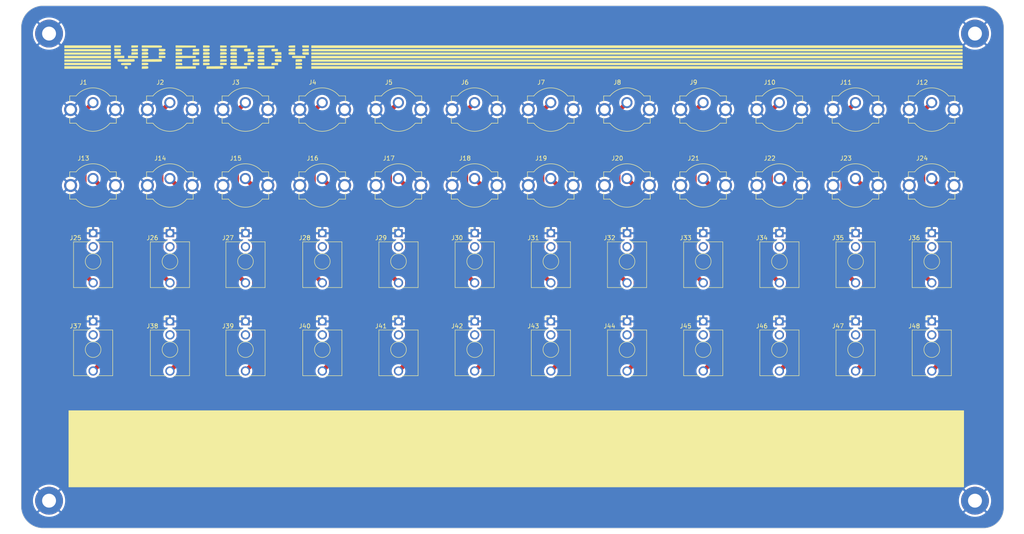
<source format=kicad_pcb>
(kicad_pcb (version 20221018) (generator pcbnew)
  (layers (0 "F.Cu" signal) (31 "B.Cu" signal) (34 "B.Paste" user) (35 "F.Paste" user) (36 "B.SilkS" user "B.Silkscreen") (37 "F.SilkS" user "F.Silkscreen") (38 "B.Mask" user) (39 "F.Mask" user) (44 "Edge.Cuts" user))
  (net 0 "")
  (net 1 "GND")
  (net 2 "In 1")
  (net 3 "In 2")
  (net 4 "In 3")
  (net 5 "In 4")
  (net 6 "In 5")
  (net 7 "In 6")
  (net 8 "In 7")
  (net 9 "In 8")
  (net 10 "In 9")
  (net 11 "In 10")
  (net 12 "In 11")
  (net 13 "In 12")
  (net 14 "Out 1")
  (net 15 "Out 2")
  (net 16 "Out 3")
  (net 17 "Out 4")
  (net 18 "Out 5")
  (net 19 "Out 6")
  (net 20 "Out 7")
  (net 21 "Out 8")
  (net 22 "Out 9")
  (net 23 "Out 10")
  (net 24 "Out 11")
  (net 25 "Out 12")
  (footprint "RCJ-024:CUI_RCJ-024_no-dot" (layer "F.Cu") (at 47.5 54.291068)
    (fp_text reference "J13" (at -2.208135 -6.243875) (layer "F.SilkS") (effects (font (size 1.001425 1.001425))))
    (fp_text value "Conn_Coaxial" hide)
    (pad "1A" thru_hole circle (at -5.15 0) (size 3 3) (drill 2) (layers "*.Cu" "*.Mask") (net 1 "GND"))
    (pad "1B" thru_hole circle (at 5.15 0) (size 3 3) (drill 2) (layers "*.Cu" "*.Mask") (net 1 "GND"))
    (pad "2" thru_hole circle (at 0 -1.6) (size 2.55 2.55) (drill 1.7) (layers "*.Cu" "*.Mask") (net 14 "Out 1"))
  )
  (footprint "Connector_Audio:Jack_3.5mm_QingPu_WQP-PJ398SM_Vertical_CircularHoles" (layer "F.Cu") (at 170.175 85.511068)
    (fp_text reference "J44" (at -4.03 1.08 180) (layer "F.SilkS"))
    (fp_text value "AudioJack2")
    (pad "S" thru_hole rect (at 0 0 180) (size 1.93 1.83) (drill 1.22) (layers "*.Cu" "*.Mask") (net 1 "GND"))
    (pad "T" thru_hole circle (at 0 11.4 180) (size 2.13 2.13) (drill 1.43) (layers "*.Cu" "*.Mask") (net 21 "Out 8"))
    (pad "TN" thru_hole circle (at 0 3.1 180) (size 2.13 2.13) (drill 1.42) (layers "*.Cu" "*.Mask"))
  )
  (footprint "Connector_Audio:Jack_3.5mm_QingPu_WQP-PJ398SM_Vertical_CircularHoles" (layer "F.Cu") (at 65.175 85.511068)
    (fp_text reference "J38" (at -4.03 1.08 180) (layer "F.SilkS"))
    (fp_text value "AudioJack2")
    (pad "S" thru_hole rect (at 0 0 180) (size 1.93 1.83) (drill 1.22) (layers "*.Cu" "*.Mask") (net 1 "GND"))
    (pad "T" thru_hole circle (at 0 11.4 180) (size 2.13 2.13) (drill 1.43) (layers "*.Cu" "*.Mask") (net 15 "Out 2"))
    (pad "TN" thru_hole circle (at 0 3.1 180) (size 2.13 2.13) (drill 1.42) (layers "*.Cu" "*.Mask"))
  )
  (footprint "RCJ-024:CUI_RCJ-024_no-dot" (layer "F.Cu") (at 222.65 36.855534)
    (fp_text reference "J11" (at -2.208135 -6.243875) (layer "F.SilkS") (effects (font (size 1.001425 1.001425))))
    (fp_text value "Conn_Coaxial" hide)
    (pad "1A" thru_hole circle (at -5.15 0) (size 3 3) (drill 2) (layers "*.Cu" "*.Mask") (net 1 "GND"))
    (pad "1B" thru_hole circle (at 5.15 0) (size 3 3) (drill 2) (layers "*.Cu" "*.Mask") (net 1 "GND"))
    (pad "2" thru_hole circle (at 0 -1.6) (size 2.55 2.55) (drill 1.7) (layers "*.Cu" "*.Mask") (net 12 "In 11"))
  )
  (footprint "Connector_Audio:Jack_3.5mm_QingPu_WQP-PJ398SM_Vertical_CircularHoles" (layer "F.Cu") (at 65.175 65.255534)
    (fp_text reference "J26" (at -4.03 1.08 180) (layer "F.SilkS"))
    (fp_text value "AudioJack2")
    (pad "S" thru_hole rect (at 0 0 180) (size 1.93 1.83) (drill 1.22) (layers "*.Cu" "*.Mask") (net 1 "GND"))
    (pad "T" thru_hole circle (at 0 11.4 180) (size 2.13 2.13) (drill 1.43) (layers "*.Cu" "*.Mask") (net 3 "In 2"))
    (pad "TN" thru_hole circle (at 0 3.1 180) (size 2.13 2.13) (drill 1.42) (layers "*.Cu" "*.Mask"))
  )
  (footprint "RCJ-024:CUI_RCJ-024_no-dot" (layer "F.Cu") (at 100.15 36.855534)
    (fp_text reference "J4" (at -2.208135 -6.243875) (layer "F.SilkS") (effects (font (size 1.001425 1.001425))))
    (fp_text value "Conn_Coaxial" hide)
    (pad "1A" thru_hole circle (at -5.15 0) (size 3 3) (drill 2) (layers "*.Cu" "*.Mask") (net 1 "GND"))
    (pad "1B" thru_hole circle (at 5.15 0) (size 3 3) (drill 2) (layers "*.Cu" "*.Mask") (net 1 "GND"))
    (pad "2" thru_hole circle (at 0 -1.6) (size 2.55 2.55) (drill 1.7) (layers "*.Cu" "*.Mask") (net 5 "In 4"))
  )
  (footprint "RCJ-024:CUI_RCJ-024_no-dot" (layer "F.Cu") (at 240.15 36.855534)
    (fp_text reference "J12" (at -2.208135 -6.243875) (layer "F.SilkS") (effects (font (size 1.001425 1.001425))))
    (fp_text value "Conn_Coaxial" hide)
    (pad "1A" thru_hole circle (at -5.15 0) (size 3 3) (drill 2) (layers "*.Cu" "*.Mask") (net 1 "GND"))
    (pad "1B" thru_hole circle (at 5.15 0) (size 3 3) (drill 2) (layers "*.Cu" "*.Mask") (net 1 "GND"))
    (pad "2" thru_hole circle (at 0 -1.6) (size 2.55 2.55) (drill 1.7) (layers "*.Cu" "*.Mask") (net 13 "In 12"))
  )
  (footprint "Connector_Audio:Jack_3.5mm_QingPu_WQP-PJ398SM_Vertical_CircularHoles" (layer "F.Cu") (at 240.175 65.255534)
    (fp_text reference "J36" (at -4.03 1.08 180) (layer "F.SilkS"))
    (fp_text value "AudioJack2")
    (pad "S" thru_hole rect (at 0 0 180) (size 1.93 1.83) (drill 1.22) (layers "*.Cu" "*.Mask") (net 1 "GND"))
    (pad "T" thru_hole circle (at 0 11.4 180) (size 2.13 2.13) (drill 1.43) (layers "*.Cu" "*.Mask") (net 13 "In 12"))
    (pad "TN" thru_hole circle (at 0 3.1 180) (size 2.13 2.13) (drill 1.42) (layers "*.Cu" "*.Mask"))
  )
  (footprint "RCJ-024:CUI_RCJ-024_no-dot" (layer "F.Cu") (at 47.5 36.855534)
    (fp_text reference "J1" (at -2.208135 -6.243875) (layer "F.SilkS") (effects (font (size 1.001425 1.001425))))
    (fp_text value "Conn_Coaxial" hide)
    (pad "1A" thru_hole circle (at -5.15 0) (size 3 3) (drill 2) (layers "*.Cu" "*.Mask") (net 1 "GND"))
    (pad "1B" thru_hole circle (at 5.15 0) (size 3 3) (drill 2) (layers "*.Cu" "*.Mask") (net 1 "GND"))
    (pad "2" thru_hole circle (at 0 -1.6) (size 2.55 2.55) (drill 1.7) (layers "*.Cu" "*.Mask") (net 2 "In 1"))
  )
  (footprint "Connector_Audio:Jack_3.5mm_QingPu_WQP-PJ398SM_Vertical_CircularHoles" (layer "F.Cu") (at 187.675 85.511068)
    (fp_text reference "J45" (at -4.03 1.08 180) (layer "F.SilkS"))
    (fp_text value "AudioJack2")
    (pad "S" thru_hole rect (at 0 0 180) (size 1.93 1.83) (drill 1.22) (layers "*.Cu" "*.Mask") (net 1 "GND"))
    (pad "T" thru_hole circle (at 0 11.4 180) (size 2.13 2.13) (drill 1.43) (layers "*.Cu" "*.Mask") (net 22 "Out 9"))
    (pad "TN" thru_hole circle (at 0 3.1 180) (size 2.13 2.13) (drill 1.42) (layers "*.Cu" "*.Mask"))
  )
  (footprint "RCJ-024:CUI_RCJ-024_no-dot" (layer "F.Cu") (at 205.15 36.855534)
    (fp_text reference "J10" (at -2.208135 -6.243875) (layer "F.SilkS") (effects (font (size 1.001425 1.001425))))
    (fp_text value "Conn_Coaxial" hide)
    (pad "1A" thru_hole circle (at -5.15 0) (size 3 3) (drill 2) (layers "*.Cu" "*.Mask") (net 1 "GND"))
    (pad "1B" thru_hole circle (at 5.15 0) (size 3 3) (drill 2) (layers "*.Cu" "*.Mask") (net 1 "GND"))
    (pad "2" thru_hole circle (at 0 -1.6) (size 2.55 2.55) (drill 1.7) (layers "*.Cu" "*.Mask") (net 11 "In 10"))
  )
  (footprint "Connector_Audio:Jack_3.5mm_QingPu_WQP-PJ398SM_Vertical_CircularHoles" (layer "F.Cu") (at 187.675 65.255534)
    (fp_text reference "J33" (at -4.03 1.08 180) (layer "F.SilkS"))
    (fp_text value "AudioJack2")
    (pad "S" thru_hole rect (at 0 0 180) (size 1.93 1.83) (drill 1.22) (layers "*.Cu" "*.Mask") (net 1 "GND"))
    (pad "T" thru_hole circle (at 0 11.4 180) (size 2.13 2.13) (drill 1.43) (layers "*.Cu" "*.Mask") (net 10 "In 9"))
    (pad "TN" thru_hole circle (at 0 3.1 180) (size 2.13 2.13) (drill 1.42) (layers "*.Cu" "*.Mask"))
  )
  (footprint "RCJ-024:CUI_RCJ-024_no-dot" (layer "F.Cu") (at 117.65 54.291068)
    (fp_text reference "J17" (at -2.208135 -6.243875) (layer "F.SilkS") (effects (font (size 1.001425 1.001425))))
    (fp_text value "Conn_Coaxial" hide)
    (pad "1A" thru_hole circle (at -5.15 0) (size 3 3) (drill 2) (layers "*.Cu" "*.Mask") (net 1 "GND"))
    (pad "1B" thru_hole circle (at 5.15 0) (size 3 3) (drill 2) (layers "*.Cu" "*.Mask") (net 1 "GND"))
    (pad "2" thru_hole circle (at 0 -1.6) (size 2.55 2.55) (drill 1.7) (layers "*.Cu" "*.Mask") (net 18 "Out 5"))
  )
  (footprint "RCJ-024:CUI_RCJ-024_no-dot" (layer "F.Cu") (at 135.15 36.855534)
    (fp_text reference "J6" (at -2.208135 -6.243875) (layer "F.SilkS") (effects (font (size 1.001425 1.001425))))
    (fp_text value "Conn_Coaxial" hide)
    (pad "1A" thru_hole circle (at -5.15 0) (size 3 3) (drill 2) (layers "*.Cu" "*.Mask") (net 1 "GND"))
    (pad "1B" thru_hole circle (at 5.15 0) (size 3 3) (drill 2) (layers "*.Cu" "*.Mask") (net 1 "GND"))
    (pad "2" thru_hole circle (at 0 -1.6) (size 2.55 2.55) (drill 1.7) (layers "*.Cu" "*.Mask") (net 7 "In 6"))
  )
  (footprint "RCJ-024:CUI_RCJ-024_no-dot" (layer "F.Cu") (at 170.15 54.291068)
    (fp_text reference "J20" (at -2.208135 -6.243875) (layer "F.SilkS") (effects (font (size 1.001425 1.001425))))
    (fp_text value "Conn_Coaxial" hide)
    (pad "1A" thru_hole circle (at -5.15 0) (size 3 3) (drill 2) (layers "*.Cu" "*.Mask") (net 1 "GND"))
    (pad "1B" thru_hole circle (at 5.15 0) (size 3 3) (drill 2) (layers "*.Cu" "*.Mask") (net 1 "GND"))
    (pad "2" thru_hole circle (at 0 -1.6) (size 2.55 2.55) (drill 1.7) (layers "*.Cu" "*.Mask") (net 21 "Out 8"))
  )
  (footprint "RCJ-024:CUI_RCJ-024_no-dot" (layer "F.Cu") (at 100.15 54.291068)
    (fp_text reference "J16" (at -2.208135 -6.243875) (layer "F.SilkS") (effects (font (size 1.001425 1.001425))))
    (fp_text value "Conn_Coaxial" hide)
    (pad "1A" thru_hole circle (at -5.15 0) (size 3 3) (drill 2) (layers "*.Cu" "*.Mask") (net 1 "GND"))
    (pad "1B" thru_hole circle (at 5.15 0) (size 3 3) (drill 2) (layers "*.Cu" "*.Mask") (net 1 "GND"))
    (pad "2" thru_hole circle (at 0 -1.6) (size 2.55 2.55) (drill 1.7) (layers "*.Cu" "*.Mask") (net 17 "Out 4"))
  )
  (footprint "MountingHole:MountingHole_3.2mm_M3_Pad" (layer "F.Cu") (at 250.1 126.7)
    (fp_text reference "REF**" hide)
    (fp_text value "MountingHole_3.2mm_M3_Pad")
    (pad "1" thru_hole circle (at 0 0) (size 6.4 6.4) (drill 3.2) (layers "*.Cu" "*.Mask") (net 1 "GND"))
  )
  (footprint "RCJ-024:CUI_RCJ-024_no-dot" (layer "F.Cu") (at 135.15 54.291068)
    (fp_text reference "J18" (at -2.208135 -6.243875) (layer "F.SilkS") (effects (font (size 1.001425 1.001425))))
    (fp_text value "Conn_Coaxial" hide)
    (pad "1A" thru_hole circle (at -5.15 0) (size 3 3) (drill 2) (layers "*.Cu" "*.Mask") (net 1 "GND"))
    (pad "1B" thru_hole circle (at 5.15 0) (size 3 3) (drill 2) (layers "*.Cu" "*.Mask") (net 1 "GND"))
    (pad "2" thru_hole circle (at 0 -1.6) (size 2.55 2.55) (drill 1.7) (layers "*.Cu" "*.Mask") (net 19 "Out 6"))
  )
  (footprint "MountingHole:MountingHole_3.2mm_M3_Pad" (layer "F.Cu") (at 250.1 19.4)
    (fp_text reference "REF**" hide)
    (fp_text value "MountingHole_3.2mm_M3_Pad")
    (pad "1" thru_hole circle (at 0 0) (size 6.4 6.4) (drill 3.2) (layers "*.Cu" "*.Mask") (net 1 "GND"))
  )
  (footprint "Connector_Audio:Jack_3.5mm_QingPu_WQP-PJ398SM_Vertical_CircularHoles" (layer "F.Cu") (at 117.675 85.511068)
    (fp_text reference "J41" (at -4.03 1.08 180) (layer "F.SilkS"))
    (fp_text value "AudioJack2")
    (pad "S" thru_hole rect (at 0 0 180) (size 1.93 1.83) (drill 1.22) (layers "*.Cu" "*.Mask") (net 1 "GND"))
    (pad "T" thru_hole circle (at 0 11.4 180) (size 2.13 2.13) (drill 1.43) (layers "*.Cu" "*.Mask") (net 18 "Out 5"))
    (pad "TN" thru_hole circle (at 0 3.1 180) (size 2.13 2.13) (drill 1.42) (layers "*.Cu" "*.Mask"))
  )
  (footprint "Connector_Audio:Jack_3.5mm_QingPu_WQP-PJ398SM_Vertical_CircularHoles" (layer "F.Cu") (at 117.675 65.255534)
    (fp_text reference "J29" (at -4.03 1.08 180) (layer "F.SilkS"))
    (fp_text value "AudioJack2")
    (pad "S" thru_hole rect (at 0 0 180) (size 1.93 1.83) (drill 1.22) (layers "*.Cu" "*.Mask") (net 1 "GND"))
    (pad "T" thru_hole circle (at 0 11.4 180) (size 2.13 2.13) (drill 1.43) (layers "*.Cu" "*.Mask") (net 6 "In 5"))
    (pad "TN" thru_hole circle (at 0 3.1 180) (size 2.13 2.13) (drill 1.42) (layers "*.Cu" "*.Mask"))
  )
  (footprint "Connector_Audio:Jack_3.5mm_QingPu_WQP-PJ398SM_Vertical_CircularHoles" (layer "F.Cu") (at 205.175 85.511068)
    (fp_text reference "J46" (at -4.03 1.08 180) (layer "F.SilkS"))
    (fp_text value "AudioJack2")
    (pad "S" thru_hole rect (at 0 0 180) (size 1.93 1.83) (drill 1.22) (layers "*.Cu" "*.Mask") (net 1 "GND"))
    (pad "T" thru_hole circle (at 0 11.4 180) (size 2.13 2.13) (drill 1.43) (layers "*.Cu" "*.Mask") (net 23 "Out 10"))
    (pad "TN" thru_hole circle (at 0 3.1 180) (size 2.13 2.13) (drill 1.42) (layers "*.Cu" "*.Mask"))
  )
  (footprint "Connector_Audio:Jack_3.5mm_QingPu_WQP-PJ398SM_Vertical_CircularHoles" (layer "F.Cu") (at 205.175 65.255534)
    (fp_text reference "J34" (at -4.03 1.08 180) (layer "F.SilkS"))
    (fp_text value "AudioJack2")
    (pad "S" thru_hole rect (at 0 0 180) (size 1.93 1.83) (drill 1.22) (layers "*.Cu" "*.Mask") (net 1 "GND"))
    (pad "T" thru_hole circle (at 0 11.4 180) (size 2.13 2.13) (drill 1.43) (layers "*.Cu" "*.Mask") (net 11 "In 10"))
    (pad "TN" thru_hole circle (at 0 3.1 180) (size 2.13 2.13) (drill 1.42) (layers "*.Cu" "*.Mask"))
  )
  (footprint "Connector_Audio:Jack_3.5mm_QingPu_WQP-PJ398SM_Vertical_CircularHoles" (layer "F.Cu") (at 222.675 85.511068)
    (fp_text reference "J47" (at -4.03 1.08 180) (layer "F.SilkS"))
    (fp_text value "AudioJack2")
    (pad "S" thru_hole rect (at 0 0 180) (size 1.93 1.83) (drill 1.22) (layers "*.Cu" "*.Mask") (net 1 "GND"))
    (pad "T" thru_hole circle (at 0 11.4 180) (size 2.13 2.13) (drill 1.43) (layers "*.Cu" "*.Mask") (net 24 "Out 11"))
    (pad "TN" thru_hole circle (at 0 3.1 180) (size 2.13 2.13) (drill 1.42) (layers "*.Cu" "*.Mask"))
  )
  (footprint "Connector_Audio:Jack_3.5mm_QingPu_WQP-PJ398SM_Vertical_CircularHoles" (layer "F.Cu") (at 152.675 85.511068)
    (fp_text reference "J43" (at -4.03 1.08 180) (layer "F.SilkS"))
    (fp_text value "AudioJack2")
    (pad "S" thru_hole rect (at 0 0 180) (size 1.93 1.83) (drill 1.22) (layers "*.Cu" "*.Mask") (net 1 "GND"))
    (pad "T" thru_hole circle (at 0 11.4 180) (size 2.13 2.13) (drill 1.43) (layers "*.Cu" "*.Mask") (net 20 "Out 7"))
    (pad "TN" thru_hole circle (at 0 3.1 180) (size 2.13 2.13) (drill 1.42) (layers "*.Cu" "*.Mask"))
  )
  (footprint "RCJ-024:CUI_RCJ-024_no-dot" (layer "F.Cu") (at 65.15 36.855534)
    (fp_text reference "J2" (at -2.208135 -6.243875) (layer "F.SilkS") (effects (font (size 1.001425 1.001425))))
    (fp_text value "Conn_Coaxial" hide)
    (pad "1A" thru_hole circle (at -5.15 0) (size 3 3) (drill 2) (layers "*.Cu" "*.Mask") (net 1 "GND"))
    (pad "1B" thru_hole circle (at 5.15 0) (size 3 3) (drill 2) (layers "*.Cu" "*.Mask") (net 1 "GND"))
    (pad "2" thru_hole circle (at 0 -1.6) (size 2.55 2.55) (drill 1.7) (layers "*.Cu" "*.Mask") (net 3 "In 2"))
  )
  (footprint "Connector_Audio:Jack_3.5mm_QingPu_WQP-PJ398SM_Vertical_CircularHoles" (layer "F.Cu") (at 222.675 65.255534)
    (fp_text reference "J35" (at -4.03 1.08 180) (layer "F.SilkS"))
    (fp_text value "AudioJack2")
    (pad "S" thru_hole rect (at 0 0 180) (size 1.93 1.83) (drill 1.22) (layers "*.Cu" "*.Mask") (net 1 "GND"))
    (pad "T" thru_hole circle (at 0 11.4 180) (size 2.13 2.13) (drill 1.43) (layers "*.Cu" "*.Mask") (net 12 "In 11"))
    (pad "TN" thru_hole circle (at 0 3.1 180) (size 2.13 2.13) (drill 1.42) (layers "*.Cu" "*.Mask"))
  )
  (footprint "Connector_Audio:Jack_3.5mm_QingPu_WQP-PJ398SM_Vertical_CircularHoles" (layer "F.Cu") (at 100.175 65.255534)
    (fp_text reference "J28" (at -4.03 1.08 180) (layer "F.SilkS"))
    (fp_text value "AudioJack2")
    (pad "S" thru_hole rect (at 0 0 180) (size 1.93 1.83) (drill 1.22) (layers "*.Cu" "*.Mask") (net 1 "GND"))
    (pad "T" thru_hole circle (at 0 11.4 180) (size 2.13 2.13) (drill 1.43) (layers "*.Cu" "*.Mask") (net 5 "In 4"))
    (pad "TN" thru_hole circle (at 0 3.1 180) (size 2.13 2.13) (drill 1.42) (layers "*.Cu" "*.Mask"))
  )
  (footprint "Connector_Audio:Jack_3.5mm_QingPu_WQP-PJ398SM_Vertical_CircularHoles" (layer "F.Cu") (at 47.525 85.511068)
    (fp_text reference "J37" (at -4.03 1.08 180) (layer "F.SilkS"))
    (fp_text value "AudioJack2")
    (pad "S" thru_hole rect (at 0 0 180) (size 1.93 1.83) (drill 1.22) (layers "*.Cu" "*.Mask") (net 1 "GND"))
    (pad "T" thru_hole circle (at 0 11.4 180) (size 2.13 2.13) (drill 1.43) (layers "*.Cu" "*.Mask") (net 14 "Out 1"))
    (pad "TN" thru_hole circle (at 0 3.1 180) (size 2.13 2.13) (drill 1.42) (layers "*.Cu" "*.Mask"))
  )
  (footprint "Connector_Audio:Jack_3.5mm_QingPu_WQP-PJ398SM_Vertical_CircularHoles" (layer "F.Cu") (at 240.175 85.511068)
    (fp_text reference "J48" (at -4.03 1.08 180) (layer "F.SilkS"))
    (fp_text value "AudioJack2")
    (pad "S" thru_hole rect (at 0 0 180) (size 1.93 1.83) (drill 1.22) (layers "*.Cu" "*.Mask") (net 1 "GND"))
    (pad "T" thru_hole circle (at 0 11.4 180) (size 2.13 2.13) (drill 1.43) (layers "*.Cu" "*.Mask") (net 25 "Out 12"))
    (pad "TN" thru_hole circle (at 0 3.1 180) (size 2.13 2.13) (drill 1.42) (layers "*.Cu" "*.Mask"))
  )
  (footprint "RCJ-024:CUI_RCJ-024_no-dot" (layer "F.Cu") (at 205.15 54.291068)
    (fp_text reference "J22" (at -2.208135 -6.243875) (layer "F.SilkS") (effects (font (size 1.001425 1.001425))))
    (fp_text value "Conn_Coaxial" hide)
    (pad "1A" thru_hole circle (at -5.15 0) (size 3 3) (drill 2) (layers "*.Cu" "*.Mask") (net 1 "GND"))
    (pad "1B" thru_hole circle (at 5.15 0) (size 3 3) (drill 2) (layers "*.Cu" "*.Mask") (net 1 "GND"))
    (pad "2" thru_hole circle (at 0 -1.6) (size 2.55 2.55) (drill 1.7) (layers "*.Cu" "*.Mask") (net 23 "Out 10"))
  )
  (footprint "Connector_Audio:Jack_3.5mm_QingPu_WQP-PJ398SM_Vertical_CircularHoles" (layer "F.Cu") (at 100.175 85.511068)
    (fp_text reference "J40" (at -4.03 1.08 180) (layer "F.SilkS"))
    (fp_text value "AudioJack2")
    (pad "S" thru_hole rect (at 0 0 180) (size 1.93 1.83) (drill 1.22) (layers "*.Cu" "*.Mask") (net 1 "GND"))
    (pad "T" thru_hole circle (at 0 11.4 180) (size 2.13 2.13) (drill 1.43) (layers "*.Cu" "*.Mask") (net 17 "Out 4"))
    (pad "TN" thru_hole circle (at 0 3.1 180) (size 2.13 2.13) (drill 1.42) (layers "*.Cu" "*.Mask"))
  )
  (footprint "RCJ-024:CUI_RCJ-024_no-dot" (layer "F.Cu") (at 187.65 54.291068)
    (fp_text reference "J21" (at -2.208135 -6.243875) (layer "F.SilkS") (effects (font (size 1.001425 1.001425))))
    (fp_text value "Conn_Coaxial" hide)
    (pad "1A" thru_hole circle (at -5.15 0) (size 3 3) (drill 2) (layers "*.Cu" "*.Mask") (net 1 "GND"))
    (pad "1B" thru_hole circle (at 5.15 0) (size 3 3) (drill 2) (layers "*.Cu" "*.Mask") (net 1 "GND"))
    (pad "2" thru_hole circle (at 0 -1.6) (size 2.55 2.55) (drill 1.7) (layers "*.Cu" "*.Mask") (net 22 "Out 9"))
  )
  (footprint "Connector_Audio:Jack_3.5mm_QingPu_WQP-PJ398SM_Vertical_CircularHoles" (layer "F.Cu") (at 135.175 85.511068)
    (fp_text reference "J42" (at -4.03 1.08 180) (layer "F.SilkS"))
    (fp_text value "AudioJack2")
    (pad "S" thru_hole rect (at 0 0 180) (size 1.93 1.83) (drill 1.22) (layers "*.Cu" "*.Mask") (net 1 "GND"))
    (pad "T" thru_hole circle (at 0 11.4 180) (size 2.13 2.13) (drill 1.43) (layers "*.Cu" "*.Mask") (net 19 "Out 6"))
    (pad "TN" thru_hole circle (at 0 3.1 180) (size 2.13 2.13) (drill 1.42) (layers "*.Cu" "*.Mask"))
  )
  (footprint "Connector_Audio:Jack_3.5mm_QingPu_WQP-PJ398SM_Vertical_CircularHoles" (layer "F.Cu") (at 82.525 85.511068)
    (fp_text reference "J39" (at -4.03 1.08 180) (layer "F.SilkS"))
    (fp_text value "AudioJack2")
    (pad "S" thru_hole rect (at 0 0 180) (size 1.93 1.83) (drill 1.22) (layers "*.Cu" "*.Mask") (net 1 "GND"))
    (pad "T" thru_hole circle (at 0 11.4 180) (size 2.13 2.13) (drill 1.43) (layers "*.Cu" "*.Mask") (net 16 "Out 3"))
    (pad "TN" thru_hole circle (at 0 3.1 180) (size 2.13 2.13) (drill 1.42) (layers "*.Cu" "*.Mask"))
  )
  (footprint "Connector_Audio:Jack_3.5mm_QingPu_WQP-PJ398SM_Vertical_CircularHoles" (layer "F.Cu") (at 47.525 65.255534)
    (fp_text reference "J25" (at -4.03 1.08 180) (layer "F.SilkS"))
    (fp_text value "AudioJack2")
    (pad "S" thru_hole rect (at 0 0 180) (size 1.93 1.83) (drill 1.22) (layers "*.Cu" "*.Mask") (net 1 "GND"))
    (pad "T" thru_hole circle (at 0 11.4 180) (size 2.13 2.13) (drill 1.43) (layers "*.Cu" "*.Mask") (net 2 "In 1"))
    (pad "TN" thru_hole circle (at 0 3.1 180) (size 2.13 2.13) (drill 1.42) (layers "*.Cu" "*.Mask"))
  )
  (footprint "Connector_Audio:Jack_3.5mm_QingPu_WQP-PJ398SM_Vertical_CircularHoles" (layer "F.Cu") (at 170.175 65.255534)
    (fp_text reference "J32" (at -4.03 1.08 180) (layer "F.SilkS"))
    (fp_text value "AudioJack2")
    (pad "S" thru_hole rect (at 0 0 180) (size 1.93 1.83) (drill 1.22) (layers "*.Cu" "*.Mask") (net 1 "GND"))
    (pad "T" thru_hole circle (at 0 11.4 180) (size 2.13 2.13) (drill 1.43) (layers "*.Cu" "*.Mask") (net 9 "In 8"))
    (pad "TN" thru_hole circle (at 0 3.1 180) (size 2.13 2.13) (drill 1.42) (layers "*.Cu" "*.Mask"))
  )
  (footprint "LOGO" (layer "F.Cu") (at 144.28 24.8)
    (fp_text reference "G***" hide)
    (fp_text value "LOGO" hide)
  )
  (footprint "RCJ-024:CUI_RCJ-024_no-dot" (layer "F.Cu") (at 152.65 54.291068)
    (fp_text reference "J19" (at -2.208135 -6.243875) (layer "F.SilkS") (effects (font (size 1.001425 1.001425))))
    (fp_text value "Conn_Coaxial" hide)
    (pad "1A" thru_hole circle (at -5.15 0) (size 3 3) (drill 2) (layers "*.Cu" "*.Mask") (net 1 "GND"))
    (pad "1B" thru_hole circle (at 5.15 0) (size 3 3) (drill 2) (layers "*.Cu" "*.Mask") (net 1 "GND"))
    (pad "2" thru_hole circle (at 0 -1.6) (size 2.55 2.55) (drill 1.7) (layers "*.Cu" "*.Mask") (net 20 "Out 7"))
  )
  (footprint "RCJ-024:CUI_RCJ-024_no-dot" (layer "F.Cu") (at 222.65 54.291068)
    (fp_text reference "J23" (at -2.208135 -6.243875) (layer "F.SilkS") (effects (font (size 1.001425 1.001425))))
    (fp_text value "Conn_Coaxial" hide)
    (pad "1A" thru_hole circle (at -5.15 0) (size 3 3) (drill 2) (layers "*.Cu" "*.Mask") (net 1 "GND"))
    (pad "1B" thru_hole circle (at 5.15 0) (size 3 3) (drill 2) (layers "*.Cu" "*.Mask") (net 1 "GND"))
    (pad "2" thru_hole circle (at 0 -1.6) (size 2.55 2.55) (drill 1.7) (layers "*.Cu" "*.Mask") (net 24 "Out 11"))
  )
  (footprint "RCJ-024:CUI_RCJ-024_no-dot" (layer "F.Cu") (at 65.15 54.291068)
    (fp_text reference "J14" (at -2.208135 -6.243875) (layer "F.SilkS") (effects (font (size 1.001425 1.001425))))
    (fp_text value "Conn_Coaxial" hide)
    (pad "1A" thru_hole circle (at -5.15 0) (size 3 3) (drill 2) (layers "*.Cu" "*.Mask") (net 1 "GND"))
    (pad "1B" thru_hole circle (at 5.15 0) (size 3 3) (drill 2) (layers "*.Cu" "*.Mask") (net 1 "GND"))
    (pad "2" thru_hole circle (at 0 -1.6) (size 2.55 2.55) (drill 1.7) (layers "*.Cu" "*.Mask") (net 15 "Out 2"))
  )
  (footprint "MountingHole:MountingHole_3.2mm_M3_Pad" (layer "F.Cu") (at 37.4 19.4)
    (fp_text reference "REF**" hide)
    (fp_text value "MountingHole_3.2mm_M3_Pad")
    (pad "1" thru_hole circle (at 0 0) (size 6.4 6.4) (drill 3.2) (layers "*.Cu" "*.Mask") (net 1 "GND"))
  )
  (footprint "RCJ-024:CUI_RCJ-024_no-dot" (layer "F.Cu") (at 117.65 36.855534)
    (fp_text reference "J5" (at -2.208135 -6.243875) (layer "F.SilkS") (effects (font (size 1.001425 1.001425))))
    (fp_text value "Conn_Coaxial" hide)
    (pad "1A" thru_hole circle (at -5.15 0) (size 3 3) (drill 2) (layers "*.Cu" "*.Mask") (net 1 "GND"))
    (pad "1B" thru_hole circle (at 5.15 0) (size 3 3) (drill 2) (layers "*.Cu" "*.Mask") (net 1 "GND"))
    (pad "2" thru_hole circle (at 0 -1.6) (size 2.55 2.55) (drill 1.7) (layers "*.Cu" "*.Mask") (net 6 "In 5"))
  )
  (footprint "Connector_Audio:Jack_3.5mm_QingPu_WQP-PJ398SM_Vertical_CircularHoles" (layer "F.Cu") (at 135.175 65.255534)
    (fp_text reference "J30" (at -4.03 1.08 180) (layer "F.SilkS"))
    (fp_text value "AudioJack2")
    (pad "S" thru_hole rect (at 0 0 180) (size 1.93 1.83) (drill 1.22) (layers "*.Cu" "*.Mask") (net 1 "GND"))
    (pad "T" thru_hole circle (at 0 11.4 180) (size 2.13 2.13) (drill 1.43) (layers "*.Cu" "*.Mask") (net 7 "In 6"))
    (pad "TN" thru_hole circle (at 0 3.1 180) (size 2.13 2.13) (drill 1.42) (layers "*.Cu" "*.Mask"))
  )
  (footprint "MountingHole:MountingHole_3.2mm_M3_Pad" (layer "F.Cu") (at 37.4 126.7)
    (fp_text reference "REF**" hide)
    (fp_text value "MountingHole_3.2mm_M3_Pad")
    (pad "1" thru_hole circle (at 0 0) (size 6.4 6.4) (drill 3.2) (layers "*.Cu" "*.Mask") (net 1 "GND"))
  )
  (footprint "RCJ-024:CUI_RCJ-024_no-dot" (layer "F.Cu") (at 240.15 54.291068)
    (fp_text reference "J24" (at -2.208135 -6.243875) (layer "F.SilkS") (effects (font (size 1.001425 1.001425))))
    (fp_text value "Conn_Coaxial" hide)
    (pad "1A" thru_hole circle (at -5.15 0) (size 3 3) (drill 2) (layers "*.Cu" "*.Mask") (net 1 "GND"))
    (pad "1B" thru_hole circle (at 5.15 0) (size 3 3) (drill 2) (layers "*.Cu" "*.Mask") (net 1 "GND"))
    (pad "2" thru_hole circle (at 0 -1.6) (size 2.55 2.55) (drill 1.7) (layers "*.Cu" "*.Mask") (net 25 "Out 12"))
  )
  (footprint "RCJ-024:CUI_RCJ-024_no-dot" (layer "F.Cu") (at 187.65 36.855534)
    (fp_text reference "J9" (at -2.208135 -6.243875) (layer "F.SilkS") (effects (font (size 1.001425 1.001425))))
    (fp_text value "Conn_Coaxial" hide)
    (pad "1A" thru_hole circle (at -5.15 0) (size 3 3) (drill 2) (layers "*.Cu" "*.Mask") (net 1 "GND"))
    (pad "1B" thru_hole circle (at 5.15 0) (size 3 3) (drill 2) (layers "*.Cu" "*.Mask") (net 1 "GND"))
    (pad "2" thru_hole circle (at 0 -1.6) (size 2.55 2.55) (drill 1.7) (layers "*.Cu" "*.Mask") (net 10 "In 9"))
  )
  (footprint "RCJ-024:CUI_RCJ-024_no-dot" (layer "F.Cu") (at 152.65 36.855534)
    (fp_text reference "J7" (at -2.208135 -6.243875) (layer "F.SilkS") (effects (font (size 1.001425 1.001425))))
    (fp_text value "Conn_Coaxial" hide)
    (pad "1A" thru_hole circle (at -5.15 0) (size 3 3) (drill 2) (layers "*.Cu" "*.Mask") (net 1 "GND"))
    (pad "1B" thru_hole circle (at 5.15 0) (size 3 3) (drill 2) (layers "*.Cu" "*.Mask") (net 1 "GND"))
    (pad "2" thru_hole circle (at 0 -1.6) (size 2.55 2.55) (drill 1.7) (layers "*.Cu" "*.Mask") (net 8 "In 7"))
  )
  (footprint "RCJ-024:CUI_RCJ-024_no-dot" (layer "F.Cu") (at 82.5 36.855534)
    (fp_text reference "J3" (at -2.208135 -6.243875) (layer "F.SilkS") (effects (font (size 1.001425 1.001425))))
    (fp_text value "Conn_Coaxial" hide)
    (pad "1A" thru_hole circle (at -5.15 0) (size 3 3) (drill 2) (layers "*.Cu" "*.Mask") (net 1 "GND"))
    (pad "1B" thru_hole circle (at 5.15 0) (size 3 3) (drill 2) (layers "*.Cu" "*.Mask") (net 1 "GND"))
    (pad "2" thru_hole circle (at 0 -1.6) (size 2.55 2.55) (drill 1.7) (layers "*.Cu" "*.Mask") (net 4 "In 3"))
  )
  (footprint "RCJ-024:CUI_RCJ-024_no-dot" (layer "F.Cu") (at 82.5 54.291068)
    (fp_text reference "J15" (at -2.208135 -6.243875) (layer "F.SilkS") (effects (font (size 1.001425 1.001425))))
    (fp_text value "Conn_Coaxial" hide)
    (pad "1A" thru_hole circle (at -5.15 0) (size 3 3) (drill 2) (layers "*.Cu" "*.Mask") (net 1 "GND"))
    (pad "1B" thru_hole circle (at 5.15 0) (size 3 3) (drill 2) (layers "*.Cu" "*.Mask") (net 1 "GND"))
    (pad "2" thru_hole circle (at 0 -1.6) (size 2.55 2.55) (drill 1.7) (layers "*.Cu" "*.Mask") (net 16 "Out 3"))
  )
  (footprint "Connector_Audio:Jack_3.5mm_QingPu_WQP-PJ398SM_Vertical_CircularHoles" (layer "F.Cu") (at 82.525 65.255534)
    (fp_text reference "J27" (at -4.03 1.08 180) (layer "F.SilkS"))
    (fp_text value "AudioJack2")
    (pad "S" thru_hole rect (at 0 0 180) (size 1.93 1.83) (drill 1.22) (layers "*.Cu" "*.Mask") (net 1 "GND"))
    (pad "T" thru_hole circle (at 0 11.4 180) (size 2.13 2.13) (drill 1.43) (layers "*.Cu" "*.Mask") (net 4 "In 3"))
    (pad "TN" thru_hole circle (at 0 3.1 180) (size 2.13 2.13) (drill 1.42) (layers "*.Cu" "*.Mask"))
  )
  (footprint "Connector_Audio:Jack_3.5mm_QingPu_WQP-PJ398SM_Vertical_CircularHoles" (layer "F.Cu") (at 152.675 65.255534)
    (fp_text reference "J31" (at -4.03 1.08 180) (layer "F.SilkS"))
    (fp_text value "AudioJack2")
    (pad "S" thru_hole rect (at 0 0 180) (size 1.93 1.83) (drill 1.22) (layers "*.Cu" "*.Mask") (net 1 "GND"))
    (pad "T" thru_hole circle (at 0 11.4 180) (size 2.13 2.13) (drill 1.43) (layers "*.Cu" "*.Mask") (net 8 "In 7"))
    (pad "TN" thru_hole circle (at 0 3.1 180) (size 2.13 2.13) (drill 1.42) (layers "*.Cu" "*.Mask"))
  )
  (footprint "RCJ-024:CUI_RCJ-024_no-dot" (layer "F.Cu") (at 170.15 36.855534)
    (fp_text reference "J8" (at -2.208135 -6.243875) (layer "F.SilkS") (effects (font (size 1.001425 1.001425))))
    (fp_text value "Conn_Coaxial" hide)
    (pad "1A" thru_hole circle (at -5.15 0) (size 3 3) (drill 2) (layers "*.Cu" "*.Mask") (net 1 "GND"))
    (pad "1B" thru_hole circle (at 5.15 0) (size 3 3) (drill 2) (layers "*.Cu" "*.Mask") (net 1 "GND"))
    (pad "2" thru_hole circle (at 0 -1.6) (size 2.55 2.55) (drill 1.7) (layers "*.Cu" "*.Mask") (net 9 "In 8"))
  )
  (gr_rect (start 41.964466 106.035534) (end 247.5 123.535534) (stroke (width 0.15)) (fill solid) (layer "F.SilkS"))
  (gr_arc (start 31 18) (mid 32.514515 14.443875) (end 36.1 13.000238) (stroke (width 0.1)) (layer "Edge.Cuts"))
  (gr_arc (start 36.1 133) (mid 32.518608 131.566241) (end 31 128.019994) (stroke (width 0.1)) (layer "Edge.Cuts"))
  (gr_arc (start 251.794 13) (mid 255.289576 14.500934) (end 256.7 18.034) (stroke (width 0.1)) (layer "Edge.Cuts"))
  (gr_line (start 251.8 13) (end 36.1 13) (stroke (width 0.1)) (layer "Edge.Cuts"))
  (gr_line (start 31 18) (end 31 128.016) (stroke (width 0.1)) (layer "Edge.Cuts"))
  (gr_line (start 256.7 128.4) (end 256.7 18.034) (stroke (width 0.1)) (layer "Edge.Cuts"))
  (gr_line (start 36.1 133) (end 252.017299 133) (stroke (width 0.1)) (layer "Edge.Cuts"))
  (gr_arc (start 256.7 128.4) (mid 255.311345 131.669824) (end 252.017299 133) (stroke (width 0.1)) (layer "Edge.Cuts"))
  (segment (start 45.520308 74.650842) (end 47.525 76.655534) (width 1) (layer "F.Cu") (net 2))
  (segment (start 47.5 35.255534) (end 45.520308 37.235226) (width 1) (layer "F.Cu") (net 2))
  (segment (start 45.520308 37.235226) (end 45.520308 74.650842) (width 1) (layer "F.Cu") (net 2))
  (segment (start 65.15 35.255534) (end 63.170308 37.235226) (width 1) (layer "F.Cu") (net 3))
  (segment (start 63.170308 37.235226) (end 63.170308 74.650842) (width 1) (layer "F.Cu") (net 3))
  (segment (start 63.170308 74.650842) (end 65.175 76.655534) (width 1) (layer "F.Cu") (net 3))
  (segment (start 80.520308 74.650842) (end 82.525 76.655534) (width 1) (layer "F.Cu") (net 4))
  (segment (start 82.5 35.255534) (end 80.520308 37.235226) (width 1) (layer "F.Cu") (net 4))
  (segment (start 80.520308 37.235226) (end 80.520308 74.650842) (width 1) (layer "F.Cu") (net 4))
  (segment (start 98.170308 74.650842) (end 100.175 76.655534) (width 1) (layer "F.Cu") (net 5))
  (segment (start 100.15 35.255534) (end 98.170308 37.235226) (width 1) (layer "F.Cu") (net 5))
  (segment (start 98.170308 37.235226) (end 98.170308 74.650842) (width 1) (layer "F.Cu") (net 5))
  (segment (start 115.670308 37.235226) (end 115.670308 74.650842) (width 1) (layer "F.Cu") (net 6))
  (segment (start 115.670308 74.650842) (end 117.675 76.655534) (width 1) (layer "F.Cu") (net 6))
  (segment (start 117.65 35.255534) (end 115.670308 37.235226) (width 1) (layer "F.Cu") (net 6))
  (segment (start 133.170308 74.650842) (end 135.175 76.655534) (width 1) (layer "F.Cu") (net 7))
  (segment (start 133.170308 37.235226) (end 133.170308 74.650842) (width 1) (layer "F.Cu") (net 7))
  (segment (start 135.15 35.255534) (end 133.170308 37.235226) (width 1) (layer "F.Cu") (net 7))
  (segment (start 152.65 35.255534) (end 150.670308 37.235226) (width 1) (layer "F.Cu") (net 8))
  (segment (start 150.670308 74.650842) (end 152.675 76.655534) (width 1) (layer "F.Cu") (net 8))
  (segment (start 150.670308 37.235226) (end 150.670308 74.650842) (width 1) (layer "F.Cu") (net 8))
  (segment (start 168.170308 37.235226) (end 168.170308 74.650842) (width 1) (layer "F.Cu") (net 9))
  (segment (start 170.15 35.255534) (end 168.170308 37.235226) (width 1) (layer "F.Cu") (net 9))
  (segment (start 168.170308 74.650842) (end 170.175 76.655534) (width 1) (layer "F.Cu") (net 9))
  (segment (start 185.670308 37.235226) (end 185.670308 74.650842) (width 1) (layer "F.Cu") (net 10))
  (segment (start 187.65 35.255534) (end 185.670308 37.235226) (width 1) (layer "F.Cu") (net 10))
  (segment (start 185.670308 74.650842) (end 187.675 76.655534) (width 1) (layer "F.Cu") (net 10))
  (segment (start 203.170308 37.235226) (end 203.170308 74.650842) (width 1) (layer "F.Cu") (net 11))
  (segment (start 203.170308 74.650842) (end 205.175 76.655534) (width 1) (layer "F.Cu") (net 11))
  (segment (start 205.15 35.255534) (end 203.170308 37.235226) (width 1) (layer "F.Cu") (net 11))
  (segment (start 219.7 73.680534) (end 222.675 76.655534) (width 1) (layer "F.Cu") (net 12))
  (segment (start 222.65 35.255534) (end 219.7 38.205534) (width 1) (layer "F.Cu") (net 12))
  (segment (start 219.7 38.205534) (end 219.7 73.680534) (width 1) (layer "F.Cu") (net 12))
  (segment (start 240.15 35.255534) (end 238.175 37.230534) (width 1) (layer "F.Cu") (net 13))
  (segment (start 238.170308 71.272603) (end 238.170308 74.650842) (width 1) (layer "F.Cu") (net 13))
  (segment (start 238.175 71.267911) (end 238.170308 71.272603) (width 1) (layer "F.Cu") (net 13))
  (segment (start 238.170308 74.650842) (end 240.175 76.655534) (width 1) (layer "F.Cu") (net 13))
  (segment (start 238.175 37.230534) (end 238.175 71.267911) (width 1) (layer "F.Cu") (net 13))
  (segment (start 47.5 52.691068) (end 49.530141 54.721209) (width 1) (layer "F.Cu") (net 14))
  (segment (start 49.530141 54.721209) (end 49.530141 94.905927) (width 1) (layer "F.Cu") (net 14))
  (segment (start 49.530141 94.905927) (end 47.525 96.911068) (width 1) (layer "F.Cu") (net 14))
  (segment (start 67.180141 54.721209) (end 67.180141 94.905927) (width 1) (layer "F.Cu") (net 15))
  (segment (start 65.15 52.691068) (end 67.180141 54.721209) (width 1) (layer "F.Cu") (net 15))
  (segment (start 67.180141 94.905927) (end 65.175 96.911068) (width 1) (layer "F.Cu") (net 15))
  (segment (start 84.530141 94.905927) (end 82.525 96.911068) (width 1) (layer "F.Cu") (net 16))
  (segment (start 82.5 52.691068) (end 84.530141 54.721209) (width 1) (layer "F.Cu") (net 16))
  (segment (start 84.530141 54.721209) (end 84.530141 94.905927) (width 1) (layer "F.Cu") (net 16))
  (segment (start 100.15 52.691068) (end 102.180141 54.721209) (width 1) (layer "F.Cu") (net 17))
  (segment (start 102.180141 54.721209) (end 102.180141 94.905927) (width 1) (layer "F.Cu") (net 17))
  (segment (start 102.180141 94.905927) (end 100.175 96.911068) (width 1) (layer "F.Cu") (net 17))
  (segment (start 119.680141 94.905927) (end 117.675 96.911068) (width 1) (layer "F.Cu") (net 18))
  (segment (start 117.65 52.691068) (end 119.680141 54.721209) (width 1) (layer "F.Cu") (net 18))
  (segment (start 119.680141 54.721209) (end 119.680141 94.905927) (width 1) (layer "F.Cu") (net 18))
  (segment (start 137.180141 94.905927) (end 135.175 96.911068) (width 1) (layer "F.Cu") (net 19))
  (segment (start 135.15 52.691068) (end 137.180141 54.721209) (width 1) (layer "F.Cu") (net 19))
  (segment (start 137.180141 54.721209) (end 137.180141 94.905927) (width 1) (layer "F.Cu") (net 19))
  (segment (start 154.680141 54.721209) (end 154.680141 94.905927) (width 1) (layer "F.Cu") (net 20))
  (segment (start 152.65 52.691068) (end 154.680141 54.721209) (width 1) (layer "F.Cu") (net 20))
  (segment (start 154.680141 94.905927) (end 152.675 96.911068) (width 1) (layer "F.Cu") (net 20))
  (segment (start 170.15 52.691068) (end 172.180141 54.721209) (width 1) (layer "F.Cu") (net 21))
  (segment (start 172.180141 54.721209) (end 172.180141 94.905927) (width 1) (layer "F.Cu") (net 21))
  (segment (start 172.180141 94.905927) (end 170.175 96.911068) (width 1) (layer "F.Cu") (net 21))
  (segment (start 187.65 52.691068) (end 189.680141 54.721209) (width 1) (layer "F.Cu") (net 22))
  (segment (start 189.680141 54.721209) (end 189.680141 94.905927) (width 1) (layer "F.Cu") (net 22))
  (segment (start 189.680141 94.905927) (end 187.675 96.911068) (width 1) (layer "F.Cu") (net 22))
  (segment (start 207.180141 94.905927) (end 205.175 96.911068) (width 1) (layer "F.Cu") (net 23))
  (segment (start 205.15 52.691068) (end 207.180141 54.721209) (width 1) (layer "F.Cu") (net 23))
  (segment (start 207.180141 54.721209) (end 207.180141 94.905927) (width 1) (layer "F.Cu") (net 23))
  (segment (start 224.680141 54.721209) (end 224.680141 94.905927) (width 1) (layer "F.Cu") (net 24))
  (segment (start 222.65 52.691068) (end 224.680141 54.721209) (width 1) (layer "F.Cu") (net 24))
  (segment (start 224.680141 94.905927) (end 222.675 96.911068) (width 1) (layer "F.Cu") (net 24))
  (segment (start 240.15 52.691068) (end 242.180141 54.721209) (width 1) (layer "F.Cu") (net 25))
  (segment (start 242.180141 54.721209) (end 242.180141 94.905927) (width 1) (layer "F.Cu") (net 25))
  (segment (start 242.180141 94.905927) (end 240.175 96.911068) (width 1) (layer "F.Cu") (net 25))
  (zone (net 1) (net_name "GND") (layer "B.Cu") (name "Ground Fill") (connect_pads (clearance 0.5)) (min_thickness 0.25) (fill yes (thermal_gap 0.5) (thermal_bridge_width 0.5))
    (polygon (pts (xy 29.858 11.684) (xy 258.73 11.684) (xy 258.73 134.366) (xy 29.858 134.366)))
  )
)
</source>
